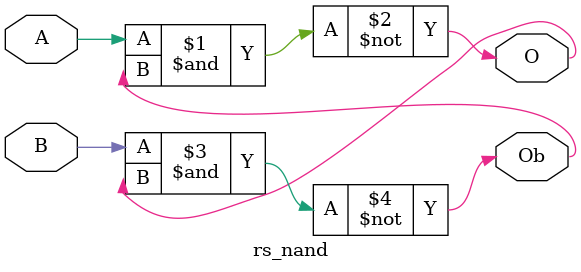
<source format=v>
`timescale 1ns/10ps

`ifndef RS_NAND_LATCH
`define RS_NAND_LATCH

module rs_nand (
  input  A,
  input  B,
  output O,
  output Ob
);

// replace with a nand2_generic
assign O  = ~(A & Ob);
assign Ob = ~(B & O);

// nand2_generic G1 (.O(O) , .A(A), .B(Ob));
// nand2_generic G2 (.O(Ob), .A(B), .B(O));

endmodule

`endif
</source>
